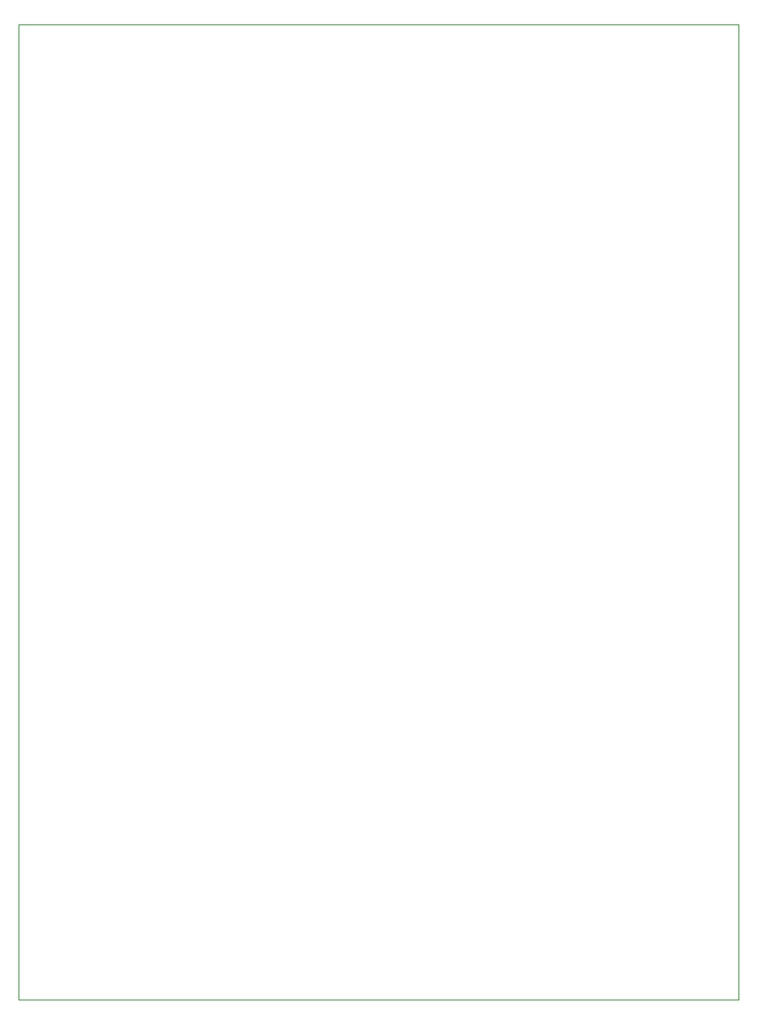
<source format=gbr>
%TF.GenerationSoftware,KiCad,Pcbnew,7.0.7*%
%TF.CreationDate,2023-08-23T14:17:52+01:00*%
%TF.ProjectId,AK4619_DevBoard,414b3436-3139-45f4-9465-76426f617264,rev?*%
%TF.SameCoordinates,Original*%
%TF.FileFunction,Profile,NP*%
%FSLAX46Y46*%
G04 Gerber Fmt 4.6, Leading zero omitted, Abs format (unit mm)*
G04 Created by KiCad (PCBNEW 7.0.7) date 2023-08-23 14:17:52*
%MOMM*%
%LPD*%
G01*
G04 APERTURE LIST*
%TA.AperFunction,Profile*%
%ADD10C,0.050000*%
%TD*%
G04 APERTURE END LIST*
D10*
X129000000Y-31700000D02*
X201450000Y-31700000D01*
X201450000Y-129700000D01*
X129000000Y-129700000D01*
X129000000Y-31700000D01*
M02*

</source>
